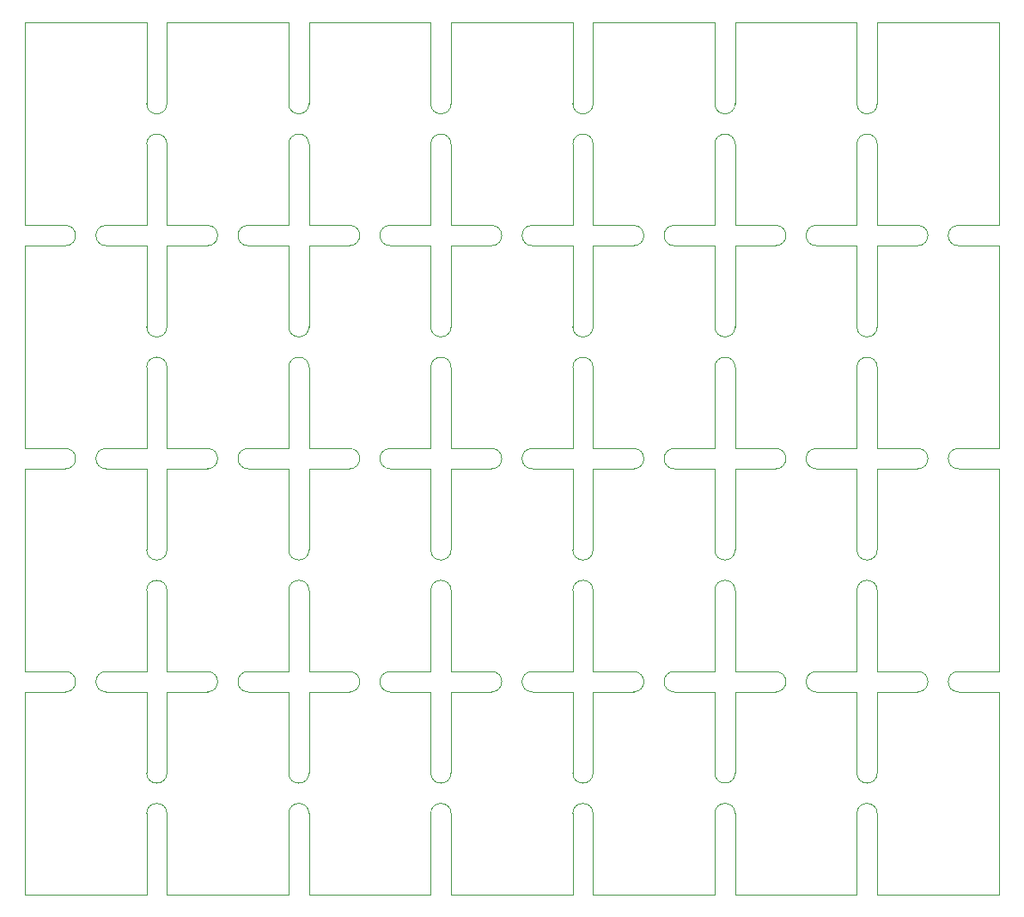
<source format=gbr>
%TF.GenerationSoftware,KiCad,Pcbnew,(6.0.0-0)*%
%TF.CreationDate,2022-11-23T09:42:27-05:00*%
%TF.ProjectId,Breakout_DPDT,42726561-6b6f-4757-945f-445044542e6b,rev?*%
%TF.SameCoordinates,Original*%
%TF.FileFunction,Profile,NP*%
%FSLAX46Y46*%
G04 Gerber Fmt 4.6, Leading zero omitted, Abs format (unit mm)*
G04 Created by KiCad (PCBNEW (6.0.0-0)) date 2022-11-23 09:42:27*
%MOMM*%
%LPD*%
G01*
G04 APERTURE LIST*
%TA.AperFunction,Profile*%
%ADD10C,0.100000*%
%TD*%
G04 APERTURE END LIST*
D10*
X104000000Y-107000000D02*
X104000000Y-99000000D01*
X148000000Y-55000000D02*
X148000000Y-63000000D01*
X134000000Y-65000000D02*
X134000000Y-73000000D01*
X118000000Y-85000000D02*
X118000000Y-77000000D01*
X110000000Y-43000000D02*
X114000000Y-43000000D01*
X156000000Y-129000000D02*
X152000000Y-129000000D01*
X76000000Y-129000000D02*
X76000000Y-121000000D01*
X148000000Y-109000000D02*
X148000000Y-117000000D01*
X96000000Y-65000000D02*
X92000000Y-65000000D01*
X138000000Y-43000000D02*
X134000000Y-43000000D01*
X138000000Y-87000000D02*
X134000000Y-87000000D01*
X76000000Y-107000000D02*
X76000000Y-99000000D01*
X90000000Y-65000000D02*
X86000000Y-65000000D01*
X64000000Y-121000000D02*
X64000000Y-129000000D01*
X90000000Y-129000000D02*
X90000000Y-121000000D01*
X152000000Y-109000000D02*
X148000000Y-109000000D01*
X118000000Y-63000000D02*
X118000000Y-55000000D01*
X76000000Y-117000000D02*
X76000000Y-109000000D01*
X118000000Y-107000000D02*
X118000000Y-99000000D01*
X64000000Y-117000000D02*
X64000000Y-121000000D01*
X78000000Y-99000000D02*
X78000000Y-107000000D01*
X78000000Y-77000000D02*
X78000000Y-85000000D01*
X96000000Y-87000000D02*
X92000000Y-87000000D01*
X78000000Y-109000000D02*
X78000000Y-117000000D01*
X96000000Y-43000000D02*
X100000000Y-43000000D01*
X78000000Y-129000000D02*
X82000000Y-129000000D01*
X114000000Y-129000000D02*
X118000000Y-129000000D01*
X82000000Y-87000000D02*
X78000000Y-87000000D01*
X68000000Y-43000000D02*
X72000000Y-43000000D01*
X146000000Y-85000000D02*
X146000000Y-77000000D01*
X78000000Y-87000000D02*
X78000000Y-95000000D01*
X134000000Y-99000000D02*
X134000000Y-107000000D01*
X106000000Y-107000000D02*
X110000000Y-107000000D01*
X160000000Y-73000000D02*
X160000000Y-65000000D01*
X96000000Y-109000000D02*
X92000000Y-109000000D01*
X104000000Y-109000000D02*
X100000000Y-109000000D01*
X64000000Y-109000000D02*
X64000000Y-117000000D01*
X160000000Y-51000000D02*
X160000000Y-43000000D01*
X128000000Y-129000000D02*
X132000000Y-129000000D01*
X148000000Y-87000000D02*
X148000000Y-95000000D01*
X92000000Y-129000000D02*
X96000000Y-129000000D01*
X132000000Y-43000000D02*
X128000000Y-43000000D01*
X156000000Y-63000000D02*
X160000000Y-63000000D01*
X104000000Y-95000000D02*
X104000000Y-87000000D01*
X156000000Y-129000000D02*
X160000000Y-129000000D01*
X148000000Y-77000000D02*
X148000000Y-85000000D01*
X142000000Y-63000000D02*
X146000000Y-63000000D01*
X134000000Y-77000000D02*
X134000000Y-85000000D01*
X110000000Y-43000000D02*
X106000000Y-43000000D01*
X146000000Y-117000000D02*
X146000000Y-109000000D01*
X92000000Y-77000000D02*
X92000000Y-85000000D01*
X92000000Y-109000000D02*
X92000000Y-117000000D01*
X132000000Y-63000000D02*
X132000000Y-55000000D01*
X64000000Y-77000000D02*
X64000000Y-85000000D01*
X76000000Y-85000000D02*
X76000000Y-77000000D01*
X90000000Y-73000000D02*
X90000000Y-65000000D01*
X160000000Y-95000000D02*
X160000000Y-87000000D01*
X64000000Y-107000000D02*
X68000000Y-107000000D01*
X120000000Y-43000000D02*
X120000000Y-51000000D01*
X106000000Y-85000000D02*
X110000000Y-85000000D01*
X160000000Y-85000000D02*
X160000000Y-77000000D01*
X92000000Y-43000000D02*
X92000000Y-51000000D01*
X138000000Y-109000000D02*
X134000000Y-109000000D01*
X76000000Y-73000000D02*
X76000000Y-65000000D01*
X76000000Y-109000000D02*
X72000000Y-109000000D01*
X160000000Y-87000000D02*
X156000000Y-87000000D01*
X132000000Y-109000000D02*
X128000000Y-109000000D01*
X90000000Y-117000000D02*
X90000000Y-109000000D01*
X90000000Y-85000000D02*
X90000000Y-77000000D01*
X148000000Y-43000000D02*
X148000000Y-51000000D01*
X160000000Y-43000000D02*
X156000000Y-43000000D01*
X76000000Y-43000000D02*
X72000000Y-43000000D01*
X90000000Y-43000000D02*
X86000000Y-43000000D01*
X100000000Y-107000000D02*
X104000000Y-107000000D01*
X142000000Y-107000000D02*
X146000000Y-107000000D01*
X106000000Y-65000000D02*
X106000000Y-73000000D01*
X160000000Y-63000000D02*
X160000000Y-55000000D01*
X90000000Y-109000000D02*
X86000000Y-109000000D01*
X92000000Y-107000000D02*
X96000000Y-107000000D01*
X128000000Y-63000000D02*
X132000000Y-63000000D01*
X68000000Y-109000000D02*
X64000000Y-109000000D01*
X134000000Y-129000000D02*
X138000000Y-129000000D01*
X118000000Y-73000000D02*
X118000000Y-65000000D01*
X72000000Y-107000000D02*
X76000000Y-107000000D01*
X118000000Y-117000000D02*
X118000000Y-109000000D01*
X120000000Y-85000000D02*
X124000000Y-85000000D01*
X132000000Y-51000000D02*
X132000000Y-43000000D01*
X78000000Y-85000000D02*
X82000000Y-85000000D01*
X76000000Y-51000000D02*
X76000000Y-43000000D01*
X156000000Y-85000000D02*
X160000000Y-85000000D01*
X90000000Y-63000000D02*
X90000000Y-55000000D01*
X134000000Y-63000000D02*
X138000000Y-63000000D01*
X148000000Y-99000000D02*
X148000000Y-107000000D01*
X104000000Y-117000000D02*
X104000000Y-109000000D01*
X72000000Y-85000000D02*
X76000000Y-85000000D01*
X64000000Y-63000000D02*
X68000000Y-63000000D01*
X132000000Y-129000000D02*
X132000000Y-121000000D01*
X152000000Y-87000000D02*
X148000000Y-87000000D01*
X78000000Y-43000000D02*
X78000000Y-51000000D01*
X64000000Y-95000000D02*
X64000000Y-99000000D01*
X120000000Y-121000000D02*
X120000000Y-129000000D01*
X106000000Y-55000000D02*
X106000000Y-63000000D01*
X160000000Y-51000000D02*
X160000000Y-55000000D01*
X76000000Y-87000000D02*
X72000000Y-87000000D01*
X138000000Y-43000000D02*
X142000000Y-43000000D01*
X110000000Y-109000000D02*
X106000000Y-109000000D01*
X146000000Y-129000000D02*
X146000000Y-121000000D01*
X128000000Y-107000000D02*
X132000000Y-107000000D01*
X124000000Y-65000000D02*
X120000000Y-65000000D01*
X118000000Y-43000000D02*
X114000000Y-43000000D01*
X146000000Y-109000000D02*
X142000000Y-109000000D01*
X124000000Y-43000000D02*
X120000000Y-43000000D01*
X146000000Y-95000000D02*
X146000000Y-87000000D01*
X96000000Y-43000000D02*
X92000000Y-43000000D01*
X82000000Y-65000000D02*
X78000000Y-65000000D01*
X160000000Y-65000000D02*
X156000000Y-65000000D01*
X104000000Y-65000000D02*
X100000000Y-65000000D01*
X78000000Y-65000000D02*
X78000000Y-73000000D01*
X100000000Y-129000000D02*
X96000000Y-129000000D01*
X106000000Y-121000000D02*
X106000000Y-129000000D01*
X118000000Y-129000000D02*
X118000000Y-121000000D01*
X152000000Y-43000000D02*
X148000000Y-43000000D01*
X120000000Y-55000000D02*
X120000000Y-63000000D01*
X90000000Y-95000000D02*
X90000000Y-87000000D01*
X104000000Y-73000000D02*
X104000000Y-65000000D01*
X68000000Y-65000000D02*
X64000000Y-65000000D01*
X124000000Y-109000000D02*
X120000000Y-109000000D01*
X92000000Y-121000000D02*
X92000000Y-129000000D01*
X106000000Y-87000000D02*
X106000000Y-95000000D01*
X64000000Y-55000000D02*
X64000000Y-51000000D01*
X146000000Y-51000000D02*
X146000000Y-43000000D01*
X76000000Y-63000000D02*
X76000000Y-55000000D01*
X106000000Y-63000000D02*
X110000000Y-63000000D01*
X146000000Y-87000000D02*
X142000000Y-87000000D01*
X148000000Y-85000000D02*
X152000000Y-85000000D01*
X114000000Y-107000000D02*
X118000000Y-107000000D01*
X146000000Y-63000000D02*
X146000000Y-55000000D01*
X134000000Y-121000000D02*
X134000000Y-129000000D01*
X146000000Y-43000000D02*
X142000000Y-43000000D01*
X120000000Y-65000000D02*
X120000000Y-73000000D01*
X90000000Y-87000000D02*
X86000000Y-87000000D01*
X76000000Y-95000000D02*
X76000000Y-87000000D01*
X120000000Y-107000000D02*
X124000000Y-107000000D01*
X78000000Y-107000000D02*
X82000000Y-107000000D01*
X86000000Y-107000000D02*
X90000000Y-107000000D01*
X90000000Y-107000000D02*
X90000000Y-99000000D01*
X78000000Y-63000000D02*
X82000000Y-63000000D01*
X72000000Y-129000000D02*
X76000000Y-129000000D01*
X110000000Y-65000000D02*
X106000000Y-65000000D01*
X86000000Y-85000000D02*
X90000000Y-85000000D01*
X152000000Y-43000000D02*
X156000000Y-43000000D01*
X106000000Y-43000000D02*
X106000000Y-51000000D01*
X148000000Y-129000000D02*
X152000000Y-129000000D01*
X114000000Y-85000000D02*
X118000000Y-85000000D01*
X92000000Y-55000000D02*
X92000000Y-63000000D01*
X132000000Y-107000000D02*
X132000000Y-99000000D01*
X106000000Y-99000000D02*
X106000000Y-107000000D01*
X100000000Y-85000000D02*
X104000000Y-85000000D01*
X72000000Y-63000000D02*
X76000000Y-63000000D01*
X64000000Y-85000000D02*
X68000000Y-85000000D01*
X160000000Y-95000000D02*
X160000000Y-99000000D01*
X134000000Y-55000000D02*
X134000000Y-63000000D01*
X82000000Y-43000000D02*
X86000000Y-43000000D01*
X90000000Y-51000000D02*
X90000000Y-43000000D01*
X132000000Y-117000000D02*
X132000000Y-109000000D01*
X124000000Y-87000000D02*
X120000000Y-87000000D01*
X160000000Y-117000000D02*
X160000000Y-109000000D01*
X64000000Y-55000000D02*
X64000000Y-63000000D01*
X92000000Y-65000000D02*
X92000000Y-73000000D01*
X120000000Y-129000000D02*
X124000000Y-129000000D01*
X78000000Y-55000000D02*
X78000000Y-63000000D01*
X92000000Y-85000000D02*
X96000000Y-85000000D01*
X114000000Y-63000000D02*
X118000000Y-63000000D01*
X106000000Y-129000000D02*
X110000000Y-129000000D01*
X160000000Y-129000000D02*
X160000000Y-121000000D01*
X100000000Y-63000000D02*
X104000000Y-63000000D01*
X148000000Y-121000000D02*
X148000000Y-129000000D01*
X134000000Y-109000000D02*
X134000000Y-117000000D01*
X118000000Y-51000000D02*
X118000000Y-43000000D01*
X82000000Y-43000000D02*
X78000000Y-43000000D01*
X120000000Y-99000000D02*
X120000000Y-107000000D01*
X104000000Y-85000000D02*
X104000000Y-77000000D01*
X120000000Y-77000000D02*
X120000000Y-85000000D01*
X64000000Y-65000000D02*
X64000000Y-73000000D01*
X64000000Y-99000000D02*
X64000000Y-107000000D01*
X142000000Y-129000000D02*
X138000000Y-129000000D01*
X128000000Y-129000000D02*
X124000000Y-129000000D01*
X120000000Y-63000000D02*
X124000000Y-63000000D01*
X68000000Y-87000000D02*
X64000000Y-87000000D01*
X64000000Y-129000000D02*
X68000000Y-129000000D01*
X148000000Y-63000000D02*
X152000000Y-63000000D01*
X86000000Y-129000000D02*
X82000000Y-129000000D01*
X134000000Y-107000000D02*
X138000000Y-107000000D01*
X134000000Y-87000000D02*
X134000000Y-95000000D01*
X86000000Y-129000000D02*
X90000000Y-129000000D01*
X132000000Y-87000000D02*
X128000000Y-87000000D01*
X100000000Y-129000000D02*
X104000000Y-129000000D01*
X104000000Y-129000000D02*
X104000000Y-121000000D01*
X148000000Y-65000000D02*
X148000000Y-73000000D01*
X72000000Y-129000000D02*
X68000000Y-129000000D01*
X128000000Y-85000000D02*
X132000000Y-85000000D01*
X142000000Y-85000000D02*
X146000000Y-85000000D01*
X132000000Y-95000000D02*
X132000000Y-87000000D01*
X106000000Y-109000000D02*
X106000000Y-117000000D01*
X132000000Y-73000000D02*
X132000000Y-65000000D01*
X118000000Y-87000000D02*
X114000000Y-87000000D01*
X64000000Y-77000000D02*
X64000000Y-73000000D01*
X160000000Y-73000000D02*
X160000000Y-77000000D01*
X152000000Y-65000000D02*
X148000000Y-65000000D01*
X92000000Y-63000000D02*
X96000000Y-63000000D01*
X82000000Y-109000000D02*
X78000000Y-109000000D01*
X124000000Y-43000000D02*
X128000000Y-43000000D01*
X86000000Y-63000000D02*
X90000000Y-63000000D01*
X104000000Y-43000000D02*
X100000000Y-43000000D01*
X64000000Y-43000000D02*
X64000000Y-51000000D01*
X120000000Y-109000000D02*
X120000000Y-117000000D01*
X78000000Y-121000000D02*
X78000000Y-129000000D01*
X146000000Y-107000000D02*
X146000000Y-99000000D01*
X104000000Y-51000000D02*
X104000000Y-43000000D01*
X64000000Y-87000000D02*
X64000000Y-95000000D01*
X156000000Y-107000000D02*
X160000000Y-107000000D01*
X76000000Y-65000000D02*
X72000000Y-65000000D01*
X118000000Y-95000000D02*
X118000000Y-87000000D01*
X92000000Y-87000000D02*
X92000000Y-95000000D01*
X160000000Y-109000000D02*
X156000000Y-109000000D01*
X106000000Y-77000000D02*
X106000000Y-85000000D01*
X134000000Y-43000000D02*
X134000000Y-51000000D01*
X146000000Y-65000000D02*
X142000000Y-65000000D01*
X142000000Y-129000000D02*
X146000000Y-129000000D01*
X134000000Y-85000000D02*
X138000000Y-85000000D01*
X160000000Y-117000000D02*
X160000000Y-121000000D01*
X120000000Y-87000000D02*
X120000000Y-95000000D01*
X132000000Y-65000000D02*
X128000000Y-65000000D01*
X114000000Y-129000000D02*
X110000000Y-129000000D01*
X104000000Y-63000000D02*
X104000000Y-55000000D01*
X104000000Y-87000000D02*
X100000000Y-87000000D01*
X138000000Y-65000000D02*
X134000000Y-65000000D01*
X118000000Y-109000000D02*
X114000000Y-109000000D01*
X118000000Y-65000000D02*
X114000000Y-65000000D01*
X160000000Y-107000000D02*
X160000000Y-99000000D01*
X68000000Y-43000000D02*
X64000000Y-43000000D01*
X148000000Y-107000000D02*
X152000000Y-107000000D01*
X92000000Y-99000000D02*
X92000000Y-107000000D01*
X110000000Y-87000000D02*
X106000000Y-87000000D01*
X146000000Y-73000000D02*
X146000000Y-65000000D01*
X132000000Y-85000000D02*
X132000000Y-77000000D01*
%TO.C,mouse-bite-2mm-slot*%
X72000000Y-63000000D02*
G75*
G03*
X72000000Y-65000000I0J-1000000D01*
G01*
X68000000Y-65000000D02*
G75*
G03*
X68000000Y-63000000I0J1000000D01*
G01*
X142000000Y-107000000D02*
G75*
G03*
X142000000Y-109000000I0J-1000000D01*
G01*
X138000000Y-109000000D02*
G75*
G03*
X138000000Y-107000000I0J1000000D01*
G01*
X72000000Y-107000000D02*
G75*
G03*
X72000000Y-109000000I0J-1000000D01*
G01*
X68000000Y-109000000D02*
G75*
G03*
X68000000Y-107000000I0J1000000D01*
G01*
X100000000Y-107000000D02*
G75*
G03*
X100000000Y-109000000I0J-1000000D01*
G01*
X96000000Y-109000000D02*
G75*
G03*
X96000000Y-107000000I0J1000000D01*
G01*
X120000000Y-99000000D02*
G75*
G03*
X118000000Y-99000000I-1000000J0D01*
G01*
X118000000Y-95000000D02*
G75*
G03*
X120000000Y-95000000I1000000J0D01*
G01*
X72000000Y-85000000D02*
G75*
G03*
X72000000Y-87000000I0J-1000000D01*
G01*
X68000000Y-87000000D02*
G75*
G03*
X68000000Y-85000000I0J1000000D01*
G01*
X76000000Y-95000000D02*
G75*
G03*
X78000000Y-95000000I1000000J0D01*
G01*
X78000000Y-99000000D02*
G75*
G03*
X76000000Y-99000000I-1000000J0D01*
G01*
X156000000Y-107000000D02*
G75*
G03*
X156000000Y-109000000I0J-1000000D01*
G01*
X152000000Y-109000000D02*
G75*
G03*
X152000000Y-107000000I0J1000000D01*
G01*
X132000000Y-95000000D02*
G75*
G03*
X134000000Y-95000000I1000000J0D01*
G01*
X134000000Y-99000000D02*
G75*
G03*
X132000000Y-99000000I-1000000J0D01*
G01*
X106000000Y-77000000D02*
G75*
G03*
X104000000Y-77000000I-1000000J0D01*
G01*
X104000000Y-73000000D02*
G75*
G03*
X106000000Y-73000000I1000000J0D01*
G01*
X142000000Y-63000000D02*
G75*
G03*
X142000000Y-65000000I0J-1000000D01*
G01*
X138000000Y-65000000D02*
G75*
G03*
X138000000Y-63000000I0J1000000D01*
G01*
X124000000Y-65000000D02*
G75*
G03*
X124000000Y-63000000I0J1000000D01*
G01*
X128000000Y-63000000D02*
G75*
G03*
X128000000Y-65000000I0J-1000000D01*
G01*
X146000000Y-73000000D02*
G75*
G03*
X148000000Y-73000000I1000000J0D01*
G01*
X148000000Y-77000000D02*
G75*
G03*
X146000000Y-77000000I-1000000J0D01*
G01*
X138000000Y-87000000D02*
G75*
G03*
X138000000Y-85000000I0J1000000D01*
G01*
X142000000Y-85000000D02*
G75*
G03*
X142000000Y-87000000I0J-1000000D01*
G01*
X96000000Y-87000000D02*
G75*
G03*
X96000000Y-85000000I0J1000000D01*
G01*
X100000000Y-85000000D02*
G75*
G03*
X100000000Y-87000000I0J-1000000D01*
G01*
X114000000Y-63000000D02*
G75*
G03*
X114000000Y-65000000I0J-1000000D01*
G01*
X110000000Y-65000000D02*
G75*
G03*
X110000000Y-63000000I0J1000000D01*
G01*
X156000000Y-63000000D02*
G75*
G03*
X156000000Y-65000000I0J-1000000D01*
G01*
X152000000Y-65000000D02*
G75*
G03*
X152000000Y-63000000I0J1000000D01*
G01*
X118000000Y-51000000D02*
G75*
G03*
X120000000Y-51000000I1000000J0D01*
G01*
X120000000Y-55000000D02*
G75*
G03*
X118000000Y-55000000I-1000000J0D01*
G01*
X78000000Y-55000000D02*
G75*
G03*
X76000000Y-55000000I-1000000J0D01*
G01*
X76000000Y-51000000D02*
G75*
G03*
X78000000Y-51000000I1000000J0D01*
G01*
X152000000Y-87000000D02*
G75*
G03*
X152000000Y-85000000I0J1000000D01*
G01*
X156000000Y-85000000D02*
G75*
G03*
X156000000Y-87000000I0J-1000000D01*
G01*
X134000000Y-121000000D02*
G75*
G03*
X132000000Y-121000000I-1000000J0D01*
G01*
X132000000Y-117000000D02*
G75*
G03*
X134000000Y-117000000I1000000J0D01*
G01*
X82000000Y-87000000D02*
G75*
G03*
X82000000Y-85000000I0J1000000D01*
G01*
X86000000Y-85000000D02*
G75*
G03*
X86000000Y-87000000I0J-1000000D01*
G01*
X100000000Y-63000000D02*
G75*
G03*
X100000000Y-65000000I0J-1000000D01*
G01*
X96000000Y-65000000D02*
G75*
G03*
X96000000Y-63000000I0J1000000D01*
G01*
X106000000Y-99000000D02*
G75*
G03*
X104000000Y-99000000I-1000000J0D01*
G01*
X104000000Y-95000000D02*
G75*
G03*
X106000000Y-95000000I1000000J0D01*
G01*
X86000000Y-63000000D02*
G75*
G03*
X86000000Y-65000000I0J-1000000D01*
G01*
X82000000Y-65000000D02*
G75*
G03*
X82000000Y-63000000I0J1000000D01*
G01*
X90000000Y-95000000D02*
G75*
G03*
X92000000Y-95000000I1000000J0D01*
G01*
X92000000Y-99000000D02*
G75*
G03*
X90000000Y-99000000I-1000000J0D01*
G01*
X78000000Y-121000000D02*
G75*
G03*
X76000000Y-121000000I-1000000J0D01*
G01*
X76000000Y-117000000D02*
G75*
G03*
X78000000Y-117000000I1000000J0D01*
G01*
X82000000Y-109000000D02*
G75*
G03*
X82000000Y-107000000I0J1000000D01*
G01*
X86000000Y-107000000D02*
G75*
G03*
X86000000Y-109000000I0J-1000000D01*
G01*
X104000000Y-51000000D02*
G75*
G03*
X106000000Y-51000000I1000000J0D01*
G01*
X106000000Y-55000000D02*
G75*
G03*
X104000000Y-55000000I-1000000J0D01*
G01*
X148000000Y-99000000D02*
G75*
G03*
X146000000Y-99000000I-1000000J0D01*
G01*
X146000000Y-95000000D02*
G75*
G03*
X148000000Y-95000000I1000000J0D01*
G01*
X106000000Y-121000000D02*
G75*
G03*
X104000000Y-121000000I-1000000J0D01*
G01*
X104000000Y-117000000D02*
G75*
G03*
X106000000Y-117000000I1000000J0D01*
G01*
X146000000Y-51000000D02*
G75*
G03*
X148000000Y-51000000I1000000J0D01*
G01*
X148000000Y-55000000D02*
G75*
G03*
X146000000Y-55000000I-1000000J0D01*
G01*
X90000000Y-117000000D02*
G75*
G03*
X92000000Y-117000000I1000000J0D01*
G01*
X92000000Y-121000000D02*
G75*
G03*
X90000000Y-121000000I-1000000J0D01*
G01*
X132000000Y-73000000D02*
G75*
G03*
X134000000Y-73000000I1000000J0D01*
G01*
X134000000Y-77000000D02*
G75*
G03*
X132000000Y-77000000I-1000000J0D01*
G01*
X78000000Y-77000000D02*
G75*
G03*
X76000000Y-77000000I-1000000J0D01*
G01*
X76000000Y-73000000D02*
G75*
G03*
X78000000Y-73000000I1000000J0D01*
G01*
X132000000Y-51000000D02*
G75*
G03*
X134000000Y-51000000I1000000J0D01*
G01*
X134000000Y-55000000D02*
G75*
G03*
X132000000Y-55000000I-1000000J0D01*
G01*
X128000000Y-85000000D02*
G75*
G03*
X128000000Y-87000000I0J-1000000D01*
G01*
X124000000Y-87000000D02*
G75*
G03*
X124000000Y-85000000I0J1000000D01*
G01*
X124000000Y-109000000D02*
G75*
G03*
X124000000Y-107000000I0J1000000D01*
G01*
X128000000Y-107000000D02*
G75*
G03*
X128000000Y-109000000I0J-1000000D01*
G01*
X118000000Y-73000000D02*
G75*
G03*
X120000000Y-73000000I1000000J0D01*
G01*
X120000000Y-77000000D02*
G75*
G03*
X118000000Y-77000000I-1000000J0D01*
G01*
X118000000Y-117000000D02*
G75*
G03*
X120000000Y-117000000I1000000J0D01*
G01*
X120000000Y-121000000D02*
G75*
G03*
X118000000Y-121000000I-1000000J0D01*
G01*
X92000000Y-77000000D02*
G75*
G03*
X90000000Y-77000000I-1000000J0D01*
G01*
X90000000Y-73000000D02*
G75*
G03*
X92000000Y-73000000I1000000J0D01*
G01*
X92000000Y-55000000D02*
G75*
G03*
X90000000Y-55000000I-1000000J0D01*
G01*
X90000000Y-51000000D02*
G75*
G03*
X92000000Y-51000000I1000000J0D01*
G01*
X148000000Y-121000000D02*
G75*
G03*
X146000000Y-121000000I-1000000J0D01*
G01*
X146000000Y-117000000D02*
G75*
G03*
X148000000Y-117000000I1000000J0D01*
G01*
X114000000Y-85000000D02*
G75*
G03*
X114000000Y-87000000I0J-1000000D01*
G01*
X110000000Y-87000000D02*
G75*
G03*
X110000000Y-85000000I0J1000000D01*
G01*
X110000000Y-109000000D02*
G75*
G03*
X110000000Y-107000000I0J1000000D01*
G01*
X114000000Y-107000000D02*
G75*
G03*
X114000000Y-109000000I0J-1000000D01*
G01*
%TD*%
M02*

</source>
